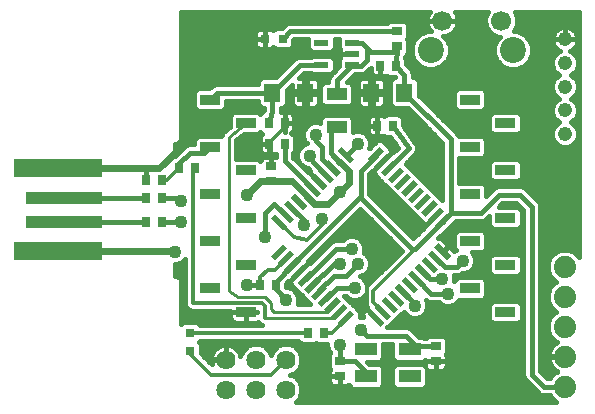
<source format=gtl>
G75*
G70*
%OFA0B0*%
%FSLAX24Y24*%
%IPPOS*%
%LPD*%
%AMOC8*
5,1,8,0,0,1.08239X$1,22.5*
%
%ADD10R,0.0276X0.0354*%
%ADD11R,0.0551X0.0630*%
%ADD12R,0.0354X0.0276*%
%ADD13R,0.0315X0.0315*%
%ADD14R,0.0591X0.0197*%
%ADD15R,0.0197X0.0591*%
%ADD16R,0.0748X0.0433*%
%ADD17R,0.0709X0.0394*%
%ADD18R,0.0472X0.0217*%
%ADD19R,0.2953X0.0591*%
%ADD20R,0.2559X0.0394*%
%ADD21R,0.0669X0.0335*%
%ADD22C,0.0640*%
%ADD23C,0.0740*%
%ADD24C,0.0476*%
%ADD25C,0.0866*%
%ADD26C,0.0669*%
%ADD27C,0.0240*%
%ADD28C,0.0160*%
%ADD29C,0.0436*%
%ADD30C,0.0120*%
%ADD31C,0.0100*%
D10*
X004944Y006600D03*
X005456Y006600D03*
X005456Y007400D03*
X004944Y007400D03*
X004944Y008000D03*
X005456Y008000D03*
X006044Y008400D03*
X006556Y008400D03*
X009044Y009200D03*
X009556Y009200D03*
X009556Y009900D03*
X009044Y009900D03*
X012644Y009800D03*
X013156Y009800D03*
X013256Y011800D03*
X012744Y011800D03*
X009256Y004500D03*
X008744Y004500D03*
X010344Y002900D03*
X010856Y002900D03*
D11*
X010251Y010900D03*
X009149Y010900D03*
X012449Y010900D03*
X013551Y010900D03*
D12*
X013300Y012444D03*
X013300Y012956D03*
X009100Y008456D03*
X009100Y007944D03*
X014600Y002456D03*
X014600Y001944D03*
X011400Y001956D03*
X011400Y001444D03*
D13*
X006400Y002305D03*
X006400Y002895D03*
X008905Y012700D03*
X009495Y012700D03*
D14*
G36*
X011733Y008550D02*
X011316Y008965D01*
X011455Y009104D01*
X011872Y008689D01*
X011733Y008550D01*
G37*
G36*
X011511Y008327D02*
X011094Y008742D01*
X011233Y008881D01*
X011650Y008466D01*
X011511Y008327D01*
G37*
G36*
X011288Y008104D02*
X010871Y008519D01*
X011010Y008658D01*
X011427Y008243D01*
X011288Y008104D01*
G37*
G36*
X011066Y007881D02*
X010649Y008296D01*
X010788Y008435D01*
X011205Y008020D01*
X011066Y007881D01*
G37*
G36*
X010844Y007658D02*
X010427Y008073D01*
X010566Y008212D01*
X010983Y007797D01*
X010844Y007658D01*
G37*
G36*
X010622Y007435D02*
X010205Y007850D01*
X010344Y007989D01*
X010761Y007574D01*
X010622Y007435D01*
G37*
G36*
X010399Y007212D02*
X009982Y007627D01*
X010121Y007766D01*
X010538Y007351D01*
X010399Y007212D01*
G37*
G36*
X010177Y006989D02*
X009760Y007404D01*
X009899Y007543D01*
X010316Y007128D01*
X010177Y006989D01*
G37*
G36*
X009955Y006766D02*
X009538Y007181D01*
X009677Y007320D01*
X010094Y006905D01*
X009955Y006766D01*
G37*
G36*
X009732Y006542D02*
X009315Y006957D01*
X009454Y007096D01*
X009871Y006681D01*
X009732Y006542D01*
G37*
G36*
X009510Y006319D02*
X009093Y006734D01*
X009232Y006873D01*
X009649Y006458D01*
X009510Y006319D01*
G37*
G36*
X013190Y003542D02*
X012773Y003957D01*
X012912Y004096D01*
X013329Y003681D01*
X013190Y003542D01*
G37*
G36*
X012967Y003319D02*
X012550Y003734D01*
X012689Y003873D01*
X013106Y003458D01*
X012967Y003319D01*
G37*
G36*
X012745Y003096D02*
X012328Y003511D01*
X012467Y003650D01*
X012884Y003235D01*
X012745Y003096D01*
G37*
G36*
X013412Y003765D02*
X012995Y004180D01*
X013134Y004319D01*
X013551Y003904D01*
X013412Y003765D01*
G37*
G36*
X013634Y003988D02*
X013217Y004403D01*
X013356Y004542D01*
X013773Y004127D01*
X013634Y003988D01*
G37*
G36*
X013856Y004211D02*
X013439Y004626D01*
X013578Y004765D01*
X013995Y004350D01*
X013856Y004211D01*
G37*
G36*
X014079Y004434D02*
X013662Y004849D01*
X013801Y004988D01*
X014218Y004573D01*
X014079Y004434D01*
G37*
G36*
X014301Y004657D02*
X013884Y005072D01*
X014023Y005211D01*
X014440Y004796D01*
X014301Y004657D01*
G37*
G36*
X014523Y004880D02*
X014106Y005295D01*
X014245Y005434D01*
X014662Y005019D01*
X014523Y004880D01*
G37*
G36*
X014746Y005104D02*
X014329Y005519D01*
X014468Y005658D01*
X014885Y005243D01*
X014746Y005104D01*
G37*
G36*
X014968Y005327D02*
X014551Y005742D01*
X014690Y005881D01*
X015107Y005466D01*
X014968Y005327D01*
G37*
D15*
G36*
X014689Y006328D02*
X014550Y006467D01*
X014965Y006884D01*
X015104Y006745D01*
X014689Y006328D01*
G37*
G36*
X014466Y006550D02*
X014327Y006689D01*
X014742Y007106D01*
X014881Y006967D01*
X014466Y006550D01*
G37*
G36*
X014243Y006773D02*
X014104Y006912D01*
X014519Y007329D01*
X014658Y007190D01*
X014243Y006773D01*
G37*
G36*
X014020Y006995D02*
X013881Y007134D01*
X014296Y007551D01*
X014435Y007412D01*
X014020Y006995D01*
G37*
G36*
X013797Y007217D02*
X013658Y007356D01*
X014073Y007773D01*
X014212Y007634D01*
X013797Y007217D01*
G37*
G36*
X013574Y007439D02*
X013435Y007578D01*
X013850Y007995D01*
X013989Y007856D01*
X013574Y007439D01*
G37*
G36*
X013351Y007662D02*
X013212Y007801D01*
X013627Y008218D01*
X013766Y008079D01*
X013351Y007662D01*
G37*
G36*
X013128Y007884D02*
X012989Y008023D01*
X013404Y008440D01*
X013543Y008301D01*
X013128Y007884D01*
G37*
G36*
X012905Y008106D02*
X012766Y008245D01*
X013181Y008662D01*
X013320Y008523D01*
X012905Y008106D01*
G37*
G36*
X012681Y008329D02*
X012542Y008468D01*
X012957Y008885D01*
X013096Y008746D01*
X012681Y008329D01*
G37*
G36*
X012458Y008551D02*
X012319Y008690D01*
X012734Y009107D01*
X012873Y008968D01*
X012458Y008551D01*
G37*
G36*
X009235Y005316D02*
X009096Y005455D01*
X009511Y005872D01*
X009650Y005733D01*
X009235Y005316D01*
G37*
G36*
X009458Y005094D02*
X009319Y005233D01*
X009734Y005650D01*
X009873Y005511D01*
X009458Y005094D01*
G37*
G36*
X009681Y004871D02*
X009542Y005010D01*
X009957Y005427D01*
X010096Y005288D01*
X009681Y004871D01*
G37*
G36*
X009904Y004649D02*
X009765Y004788D01*
X010180Y005205D01*
X010319Y005066D01*
X009904Y004649D01*
G37*
G36*
X010127Y004427D02*
X009988Y004566D01*
X010403Y004983D01*
X010542Y004844D01*
X010127Y004427D01*
G37*
G36*
X010350Y004205D02*
X010211Y004344D01*
X010626Y004761D01*
X010765Y004622D01*
X010350Y004205D01*
G37*
G36*
X010573Y003982D02*
X010434Y004121D01*
X010849Y004538D01*
X010988Y004399D01*
X010573Y003982D01*
G37*
G36*
X010796Y003760D02*
X010657Y003899D01*
X011072Y004316D01*
X011211Y004177D01*
X010796Y003760D01*
G37*
G36*
X011019Y003538D02*
X010880Y003677D01*
X011295Y004094D01*
X011434Y003955D01*
X011019Y003538D01*
G37*
G36*
X011243Y003315D02*
X011104Y003454D01*
X011519Y003871D01*
X011658Y003732D01*
X011243Y003315D01*
G37*
G36*
X011466Y003093D02*
X011327Y003232D01*
X011742Y003649D01*
X011881Y003510D01*
X011466Y003093D01*
G37*
D16*
X012272Y002353D03*
X012272Y001447D03*
X013728Y001447D03*
X013728Y002353D03*
D17*
X011300Y009749D03*
X011300Y010851D03*
D18*
X010788Y011826D03*
X010788Y012574D03*
X011812Y012574D03*
X011812Y012200D03*
X011812Y011826D03*
D19*
X002021Y008378D03*
X002021Y005622D03*
D20*
X002218Y006606D03*
X002218Y007394D03*
D21*
X007079Y007524D03*
X008260Y006737D03*
X007079Y005950D03*
X008260Y005162D03*
X007079Y004375D03*
X008260Y003587D03*
X008260Y008312D03*
X007079Y009099D03*
X008260Y009887D03*
X007079Y010674D03*
X015740Y010674D03*
X016921Y009887D03*
X015740Y009099D03*
X016921Y008312D03*
X015740Y007524D03*
X016921Y006737D03*
X015740Y005950D03*
X016921Y005162D03*
X015740Y004375D03*
X016921Y003587D03*
D22*
X009600Y002000D03*
X008600Y002000D03*
X007600Y002000D03*
X007600Y001000D03*
X008600Y001000D03*
X009600Y001000D03*
D23*
X018900Y001100D03*
X018900Y002100D03*
X018900Y003100D03*
X018900Y004100D03*
X018900Y005100D03*
D24*
X018906Y009525D03*
X018906Y010313D03*
X018906Y011100D03*
X018906Y011887D03*
X018906Y012675D03*
D25*
X017178Y012316D03*
X014422Y012316D03*
D26*
X014816Y013300D03*
X016784Y013300D03*
D27*
X011700Y008300D02*
X011396Y008604D01*
X011372Y008604D01*
X011700Y008300D02*
X011700Y007900D01*
X011400Y007600D01*
X011000Y007200D01*
X010549Y007200D01*
X010260Y007489D01*
X009805Y007944D01*
X009100Y007944D01*
X008744Y007944D01*
X008300Y007500D01*
X005900Y005600D02*
X005822Y005622D01*
X002021Y005622D01*
X002021Y008378D02*
X004800Y008378D01*
X005378Y008378D01*
X007100Y010100D01*
D28*
X006100Y004683D02*
X006100Y003193D01*
X006160Y003253D01*
X006640Y003253D01*
X006733Y003160D01*
X008800Y003160D01*
X008753Y003180D01*
X008680Y003253D01*
X008677Y003260D01*
X008664Y003252D01*
X008618Y003240D01*
X008264Y003240D01*
X008264Y003584D01*
X008640Y003584D01*
X008640Y003591D01*
X008264Y003591D01*
X008264Y003584D01*
X008256Y003584D01*
X007745Y003584D01*
X007745Y003396D01*
X007757Y003351D01*
X007781Y003310D01*
X007815Y003276D01*
X007856Y003252D01*
X007901Y003240D01*
X008256Y003240D01*
X008256Y003584D01*
X008256Y003591D01*
X007745Y003591D01*
X007745Y003640D01*
X006552Y003640D01*
X006448Y003640D01*
X006353Y003680D01*
X006280Y003753D01*
X006240Y003848D01*
X006240Y005349D01*
X006137Y005246D01*
X005983Y005182D01*
X005900Y005182D01*
X005900Y004800D01*
X005983Y004800D01*
X006100Y004683D01*
X006100Y004618D02*
X006240Y004618D01*
X006240Y004460D02*
X006100Y004460D01*
X006100Y004301D02*
X006240Y004301D01*
X006240Y004143D02*
X006100Y004143D01*
X006100Y003984D02*
X006240Y003984D01*
X006249Y003826D02*
X006100Y003826D01*
X006100Y003667D02*
X006383Y003667D01*
X006100Y003509D02*
X007745Y003509D01*
X007758Y003350D02*
X006100Y003350D01*
X006702Y003192D02*
X008741Y003192D01*
X008264Y003350D02*
X008256Y003350D01*
X008256Y003509D02*
X008264Y003509D01*
X008264Y003591D02*
X008264Y003640D01*
X008256Y003640D01*
X008256Y003591D01*
X008264Y003591D01*
X009256Y004344D02*
X009600Y004000D01*
X009890Y004301D02*
X009969Y004301D01*
X010010Y004260D02*
X010233Y004037D01*
X010421Y003850D01*
X009990Y003850D01*
X010018Y003917D01*
X010018Y004083D01*
X009954Y004237D01*
X009837Y004354D01*
X009683Y004418D01*
X009594Y004418D01*
X009594Y004528D01*
X009681Y004616D01*
X009706Y004591D01*
X010042Y004927D01*
X009706Y004591D01*
X009787Y004510D01*
X009787Y004482D01*
X010010Y004260D01*
X010010Y004260D01*
X009994Y004143D02*
X010128Y004143D01*
X010233Y004037D02*
X010233Y004037D01*
X010287Y003984D02*
X010018Y003984D01*
X009810Y004460D02*
X009594Y004460D01*
X009734Y004618D02*
X009734Y004618D01*
X009892Y004777D02*
X009892Y004777D01*
X010042Y004927D02*
X010042Y004927D01*
X010042Y004927D01*
X010377Y005264D01*
X010353Y005288D01*
X012085Y007019D01*
X013468Y005636D01*
X012317Y004485D01*
X012254Y004637D01*
X012137Y004754D01*
X012071Y004782D01*
X012083Y004782D01*
X012237Y004846D01*
X012354Y004963D01*
X012418Y005117D01*
X012418Y005283D01*
X012354Y005437D01*
X012237Y005554D01*
X012199Y005570D01*
X012218Y005617D01*
X012218Y005783D01*
X012154Y005937D01*
X012037Y006054D01*
X011883Y006118D01*
X011717Y006118D01*
X011563Y006054D01*
X011489Y005980D01*
X011205Y005980D01*
X011102Y005937D01*
X011023Y005859D01*
X010403Y005239D01*
X010377Y005264D01*
X010042Y004927D01*
X010050Y004935D02*
X010050Y004935D01*
X010208Y005094D02*
X010208Y005094D01*
X010366Y005252D02*
X010366Y005252D01*
X010389Y005252D02*
X010416Y005252D01*
X010476Y005411D02*
X010575Y005411D01*
X010634Y005569D02*
X010733Y005569D01*
X010793Y005728D02*
X010892Y005728D01*
X010951Y005886D02*
X011050Y005886D01*
X011110Y006045D02*
X011553Y006045D01*
X011268Y006203D02*
X012901Y006203D01*
X013059Y006045D02*
X012047Y006045D01*
X012176Y005886D02*
X013218Y005886D01*
X013376Y005728D02*
X012218Y005728D01*
X012202Y005569D02*
X013401Y005569D01*
X013243Y005411D02*
X012365Y005411D01*
X012418Y005252D02*
X013084Y005252D01*
X012926Y005094D02*
X012408Y005094D01*
X012326Y004935D02*
X012767Y004935D01*
X012609Y004777D02*
X012084Y004777D01*
X012262Y004618D02*
X012450Y004618D01*
X011900Y004400D02*
X011296Y004400D01*
X010934Y004038D01*
X010938Y004038D01*
X010711Y004260D02*
X010711Y004311D01*
X011200Y004800D01*
X011600Y004800D01*
X012000Y005200D01*
X011400Y005200D02*
X011200Y005200D01*
X010488Y004488D01*
X010488Y004483D01*
X010265Y004705D02*
X011260Y005700D01*
X011800Y005700D01*
X011427Y006362D02*
X012742Y006362D01*
X012584Y006520D02*
X011585Y006520D01*
X011744Y006679D02*
X012425Y006679D01*
X012267Y006837D02*
X011902Y006837D01*
X012061Y006996D02*
X012108Y006996D01*
X012583Y007313D02*
X013417Y007313D01*
X013457Y007272D02*
X013457Y007272D01*
X013680Y007050D01*
X013680Y007050D01*
X013903Y006828D01*
X013903Y006828D01*
X014160Y006572D01*
X014188Y006572D01*
X014269Y006492D01*
X014604Y006828D01*
X014604Y006828D01*
X014269Y006492D01*
X014282Y006478D01*
X013850Y006046D01*
X012380Y007516D01*
X012380Y008184D01*
X012475Y008279D01*
X012484Y008270D01*
X012564Y008190D01*
X012565Y008162D01*
X012788Y007939D01*
X013011Y007717D01*
X013011Y007717D01*
X013234Y007495D01*
X013234Y007495D01*
X013457Y007272D01*
X013576Y007154D02*
X012742Y007154D01*
X012900Y006996D02*
X013735Y006996D01*
X013894Y006837D02*
X013059Y006837D01*
X013217Y006679D02*
X014053Y006679D01*
X014240Y006520D02*
X013376Y006520D01*
X013534Y006362D02*
X014166Y006362D01*
X014297Y006520D02*
X014297Y006520D01*
X014455Y006679D02*
X014455Y006679D01*
X014806Y006606D02*
X014827Y006606D01*
X014827Y006627D01*
X015100Y006900D01*
X016100Y006900D01*
X016700Y007500D01*
X017400Y007500D01*
X017800Y007100D01*
X017800Y001500D01*
X018200Y001100D01*
X018900Y001100D01*
X018399Y000820D02*
X018417Y000777D01*
X018577Y000617D01*
X018618Y000600D01*
X009935Y000600D01*
X010041Y000705D01*
X010120Y000897D01*
X010120Y001103D01*
X010041Y001295D01*
X009895Y001441D01*
X009752Y001500D01*
X009895Y001559D01*
X010041Y001705D01*
X010120Y001897D01*
X010120Y002103D01*
X010041Y002295D01*
X009895Y002441D01*
X009703Y002520D01*
X009497Y002520D01*
X009305Y002441D01*
X009159Y002295D01*
X009100Y002152D01*
X009041Y002295D01*
X008895Y002441D01*
X008703Y002520D01*
X008497Y002520D01*
X008305Y002441D01*
X008159Y002295D01*
X008087Y002120D01*
X008063Y002192D01*
X008028Y002262D01*
X007981Y002326D01*
X007926Y002381D01*
X007862Y002428D01*
X007792Y002463D01*
X007717Y002488D01*
X007639Y002500D01*
X007609Y002500D01*
X007609Y002009D01*
X007591Y002009D01*
X007591Y002500D01*
X007561Y002500D01*
X007483Y002488D01*
X007408Y002463D01*
X007338Y002428D01*
X007274Y002381D01*
X007219Y002326D01*
X007172Y002262D01*
X007137Y002192D01*
X007112Y002117D01*
X007100Y002039D01*
X007100Y002009D01*
X007591Y002009D01*
X007591Y001991D01*
X007100Y001991D01*
X007100Y001961D01*
X007112Y001883D01*
X007126Y001842D01*
X006757Y002210D01*
X006757Y002545D01*
X006703Y002600D01*
X006743Y002640D01*
X010006Y002640D01*
X010123Y002523D01*
X010565Y002523D01*
X010600Y002558D01*
X010635Y002523D01*
X010982Y002523D01*
X010982Y002417D01*
X011046Y002263D01*
X011077Y002231D01*
X011023Y002177D01*
X011023Y001735D01*
X011074Y001684D01*
X011055Y001651D01*
X011043Y001606D01*
X011043Y001444D01*
X011043Y001283D01*
X011055Y001237D01*
X011079Y001196D01*
X011112Y001162D01*
X011153Y001139D01*
X011199Y001126D01*
X011400Y001126D01*
X011400Y001444D01*
X011400Y001126D01*
X011601Y001126D01*
X011647Y001139D01*
X011688Y001162D01*
X011698Y001172D01*
X011698Y001148D01*
X011815Y001031D01*
X012729Y001031D01*
X012846Y001148D01*
X012846Y001747D01*
X012729Y001864D01*
X012388Y001864D01*
X012316Y001936D01*
X012729Y001936D01*
X012846Y002053D01*
X012846Y002520D01*
X013154Y002520D01*
X013154Y002053D01*
X013271Y001936D01*
X014185Y001936D01*
X014243Y001994D01*
X014243Y001944D01*
X014243Y001806D01*
X014185Y001864D01*
X013271Y001864D01*
X013154Y001747D01*
X013154Y001148D01*
X013271Y001031D01*
X014185Y001031D01*
X014302Y001148D01*
X014302Y001672D01*
X014312Y001662D01*
X014353Y001639D01*
X014399Y001626D01*
X014600Y001626D01*
X014801Y001626D01*
X014847Y001639D01*
X014888Y001662D01*
X014921Y001696D01*
X014945Y001737D01*
X014957Y001783D01*
X014957Y001944D01*
X014600Y001944D01*
X014600Y001626D01*
X014600Y001944D01*
X014600Y001944D01*
X014600Y001944D01*
X014243Y001944D01*
X014600Y001944D01*
X014600Y001944D01*
X014957Y001944D01*
X014957Y002106D01*
X014945Y002151D01*
X014926Y002184D01*
X014977Y002235D01*
X014977Y002677D01*
X014860Y002794D01*
X014340Y002794D01*
X014282Y002736D01*
X014219Y002736D01*
X014185Y002769D01*
X014027Y002769D01*
X013990Y002806D01*
X013759Y003037D01*
X013656Y003080D01*
X012985Y003080D01*
X013023Y003118D01*
X013051Y003118D01*
X013273Y003341D01*
X013496Y003564D01*
X013531Y003599D01*
X013546Y003563D01*
X013663Y003446D01*
X013817Y003382D01*
X013983Y003382D01*
X014137Y003446D01*
X014254Y003563D01*
X014318Y003717D01*
X014318Y003883D01*
X014280Y003975D01*
X014292Y003963D01*
X014395Y003920D01*
X014689Y003920D01*
X014763Y003846D01*
X014917Y003782D01*
X015083Y003782D01*
X015237Y003846D01*
X015354Y003963D01*
X015373Y004007D01*
X016158Y004007D01*
X016275Y004125D01*
X016275Y004625D01*
X016158Y004742D01*
X015323Y004742D01*
X015218Y004638D01*
X015218Y004783D01*
X015203Y004820D01*
X015356Y004820D01*
X015459Y004863D01*
X015478Y004882D01*
X015583Y004882D01*
X015737Y004946D01*
X015854Y005063D01*
X015918Y005217D01*
X015918Y005383D01*
X015854Y005537D01*
X015809Y005582D01*
X016158Y005582D01*
X016275Y005699D01*
X016275Y006200D01*
X016158Y006317D01*
X015323Y006317D01*
X015206Y006200D01*
X015206Y005699D01*
X015257Y005648D01*
X015218Y005609D01*
X015026Y005801D01*
X014829Y005604D01*
X015026Y005801D01*
X014800Y006026D01*
X014759Y006050D01*
X014713Y006062D01*
X014665Y006062D01*
X014655Y006059D01*
X014723Y006127D01*
X014772Y006127D01*
X015263Y006620D01*
X016156Y006620D01*
X016259Y006663D01*
X016387Y006791D01*
X016387Y006487D01*
X016504Y006370D01*
X017339Y006370D01*
X017456Y006487D01*
X017456Y006987D01*
X017339Y007104D01*
X016700Y007104D01*
X016816Y007220D01*
X017284Y007220D01*
X017520Y006984D01*
X017520Y001444D01*
X017563Y001341D01*
X017963Y000941D01*
X018041Y000863D01*
X018144Y000820D01*
X018399Y000820D01*
X018401Y000814D02*
X010086Y000814D01*
X010120Y000973D02*
X017931Y000973D01*
X017773Y001131D02*
X014286Y001131D01*
X014302Y001290D02*
X017614Y001290D01*
X017520Y001448D02*
X014302Y001448D01*
X014302Y001607D02*
X017520Y001607D01*
X017520Y001765D02*
X014952Y001765D01*
X014957Y001924D02*
X017520Y001924D01*
X017520Y002082D02*
X014957Y002082D01*
X014977Y002241D02*
X017520Y002241D01*
X017520Y002399D02*
X014977Y002399D01*
X014977Y002558D02*
X017520Y002558D01*
X017520Y002716D02*
X014938Y002716D01*
X014600Y002456D02*
X013831Y002456D01*
X013831Y002569D01*
X013600Y002800D01*
X012300Y002800D01*
X012100Y003000D01*
X012072Y003418D02*
X012082Y003428D01*
X012082Y003594D01*
X011859Y003816D01*
X011635Y004038D01*
X011635Y004038D01*
X011554Y004120D01*
X011589Y004120D01*
X011663Y004046D01*
X011817Y003982D01*
X011983Y003982D01*
X012137Y004046D01*
X012240Y004149D01*
X012240Y003872D01*
X012280Y003777D01*
X012309Y003748D01*
X012269Y003708D01*
X012183Y003622D01*
X012159Y003581D01*
X012147Y003535D01*
X012147Y003487D01*
X012160Y003442D01*
X012173Y003418D01*
X012072Y003418D01*
X012082Y003509D02*
X012147Y003509D01*
X012228Y003667D02*
X012008Y003667D01*
X011859Y003816D02*
X011859Y003816D01*
X011849Y003826D02*
X012259Y003826D01*
X012269Y003708D02*
X012606Y003373D01*
X012606Y003373D01*
X012269Y003708D01*
X012310Y003667D02*
X012310Y003667D01*
X012470Y003509D02*
X012470Y003509D01*
X012240Y003984D02*
X011988Y003984D01*
X011812Y003984D02*
X011690Y003984D01*
X012234Y004143D02*
X012240Y004143D01*
X013125Y003192D02*
X017520Y003192D01*
X017520Y003350D02*
X017456Y003350D01*
X017456Y003337D02*
X017456Y003838D01*
X017339Y003955D01*
X016504Y003955D01*
X016387Y003838D01*
X016387Y003337D01*
X016504Y003220D01*
X017339Y003220D01*
X017456Y003337D01*
X017456Y003509D02*
X017520Y003509D01*
X017520Y003667D02*
X017456Y003667D01*
X017456Y003826D02*
X017520Y003826D01*
X017520Y003984D02*
X015363Y003984D01*
X015189Y003826D02*
X016387Y003826D01*
X016387Y003667D02*
X014297Y003667D01*
X014318Y003826D02*
X014811Y003826D01*
X015000Y004200D02*
X014451Y004200D01*
X013940Y004711D01*
X014162Y004934D02*
X014396Y004700D01*
X014800Y004700D01*
X015218Y004777D02*
X017520Y004777D01*
X017456Y004912D02*
X017339Y004795D01*
X016504Y004795D01*
X016387Y004912D01*
X016387Y005412D01*
X016504Y005530D01*
X017339Y005530D01*
X017456Y005412D01*
X017456Y004912D01*
X017456Y004935D02*
X017520Y004935D01*
X017520Y005094D02*
X017456Y005094D01*
X017456Y005252D02*
X017520Y005252D01*
X017520Y005411D02*
X017456Y005411D01*
X017520Y005569D02*
X015822Y005569D01*
X015907Y005411D02*
X016387Y005411D01*
X016387Y005252D02*
X015918Y005252D01*
X015867Y005094D02*
X016387Y005094D01*
X016387Y004935D02*
X015711Y004935D01*
X015500Y005300D02*
X015300Y005100D01*
X014900Y005100D01*
X014619Y005381D01*
X014607Y005381D01*
X014829Y005604D02*
X014829Y005604D01*
X014953Y005728D02*
X014953Y005728D01*
X015099Y005728D02*
X015206Y005728D01*
X015206Y005886D02*
X014940Y005886D01*
X014768Y006045D02*
X015206Y006045D01*
X015209Y006203D02*
X014847Y006203D01*
X015005Y006362D02*
X017520Y006362D01*
X017520Y006520D02*
X017456Y006520D01*
X017456Y006679D02*
X017520Y006679D01*
X017520Y006837D02*
X017456Y006837D01*
X017448Y006996D02*
X017508Y006996D01*
X017350Y007154D02*
X016750Y007154D01*
X016275Y007471D02*
X016275Y007471D01*
X016275Y007775D01*
X016158Y007892D01*
X015380Y007892D01*
X015380Y008732D01*
X016158Y008732D01*
X016275Y008849D01*
X016275Y009349D01*
X016158Y009467D01*
X015355Y009467D01*
X015337Y009510D01*
X015259Y009589D01*
X014027Y010820D01*
X014027Y011298D01*
X013910Y011415D01*
X013831Y011415D01*
X013831Y011560D01*
X013789Y011663D01*
X013710Y011742D01*
X013594Y011858D01*
X013594Y012060D01*
X013557Y012097D01*
X013558Y012106D01*
X013560Y012106D01*
X013677Y012223D01*
X013677Y012665D01*
X013642Y012700D01*
X013677Y012735D01*
X013677Y013177D01*
X014315Y013177D01*
X014314Y013179D02*
X014339Y013102D01*
X014376Y013030D01*
X014423Y012965D01*
X014439Y012949D01*
X014296Y012949D01*
X014063Y012852D01*
X013885Y012674D01*
X013789Y012442D01*
X013789Y012190D01*
X013885Y011957D01*
X014063Y011779D01*
X014296Y011683D01*
X014548Y011683D01*
X014781Y011779D01*
X014959Y011957D01*
X015055Y012190D01*
X015055Y012442D01*
X014959Y012674D01*
X014848Y012785D01*
X014856Y012785D01*
X014936Y012798D01*
X015013Y012823D01*
X015085Y012860D01*
X015151Y012907D01*
X015208Y012965D01*
X015256Y013030D01*
X015293Y013102D01*
X015318Y013179D01*
X015330Y013259D01*
X015330Y013300D01*
X015330Y013341D01*
X015318Y013421D01*
X015293Y013498D01*
X015256Y013570D01*
X015237Y013596D01*
X016328Y013596D01*
X016250Y013406D01*
X016250Y013194D01*
X016331Y012997D01*
X016481Y012847D01*
X016678Y012765D01*
X016732Y012765D01*
X016641Y012674D01*
X016545Y012442D01*
X016545Y012190D01*
X016641Y011957D01*
X016819Y011779D01*
X017052Y011683D01*
X017304Y011683D01*
X017537Y011779D01*
X017715Y011957D01*
X017811Y012190D01*
X017811Y012442D01*
X017715Y012674D01*
X017537Y012852D01*
X017304Y012949D01*
X017189Y012949D01*
X017238Y012997D01*
X017319Y013194D01*
X017319Y013406D01*
X017240Y013596D01*
X019370Y013596D01*
X019370Y005436D01*
X019223Y005583D01*
X019013Y005670D01*
X018787Y005670D01*
X018577Y005583D01*
X018417Y005423D01*
X018330Y005213D01*
X018330Y004987D01*
X018417Y004777D01*
X018577Y004617D01*
X018618Y004600D01*
X018577Y004583D01*
X018417Y004423D01*
X018330Y004213D01*
X018330Y003987D01*
X018417Y003777D01*
X018577Y003617D01*
X018618Y003600D01*
X018577Y003583D01*
X018417Y003423D01*
X018330Y003213D01*
X018330Y002987D01*
X018417Y002777D01*
X018577Y002617D01*
X018646Y002588D01*
X018612Y002570D01*
X018542Y002520D01*
X018480Y002458D01*
X018430Y002388D01*
X018390Y002311D01*
X018364Y002229D01*
X018350Y002143D01*
X018350Y002120D01*
X018880Y002120D01*
X018880Y002080D01*
X018350Y002080D01*
X018350Y002057D01*
X018364Y001971D01*
X018390Y001889D01*
X018430Y001812D01*
X018480Y001742D01*
X018542Y001680D01*
X018612Y001630D01*
X018646Y001612D01*
X018577Y001583D01*
X018417Y001423D01*
X018399Y001380D01*
X018316Y001380D01*
X018080Y001616D01*
X018080Y007156D01*
X018037Y007259D01*
X017959Y007337D01*
X017559Y007737D01*
X017456Y007780D01*
X016644Y007780D01*
X016541Y007737D01*
X016463Y007659D01*
X016275Y007471D01*
X016275Y007630D02*
X016434Y007630D01*
X016261Y007788D02*
X019370Y007788D01*
X019370Y007630D02*
X017666Y007630D01*
X017825Y007471D02*
X019370Y007471D01*
X019370Y007313D02*
X017983Y007313D01*
X018080Y007154D02*
X019370Y007154D01*
X019370Y006996D02*
X018080Y006996D01*
X018080Y006837D02*
X019370Y006837D01*
X019370Y006679D02*
X018080Y006679D01*
X018080Y006520D02*
X019370Y006520D01*
X019370Y006362D02*
X018080Y006362D01*
X018080Y006203D02*
X019370Y006203D01*
X019370Y006045D02*
X018080Y006045D01*
X018080Y005886D02*
X019370Y005886D01*
X019370Y005728D02*
X018080Y005728D01*
X018080Y005569D02*
X018563Y005569D01*
X018412Y005411D02*
X018080Y005411D01*
X018080Y005252D02*
X018346Y005252D01*
X018330Y005094D02*
X018080Y005094D01*
X018080Y004935D02*
X018351Y004935D01*
X018417Y004777D02*
X018080Y004777D01*
X018080Y004618D02*
X018576Y004618D01*
X018453Y004460D02*
X018080Y004460D01*
X018080Y004301D02*
X018366Y004301D01*
X018330Y004143D02*
X018080Y004143D01*
X018080Y003984D02*
X018331Y003984D01*
X018397Y003826D02*
X018080Y003826D01*
X018080Y003667D02*
X018527Y003667D01*
X018502Y003509D02*
X018080Y003509D01*
X018080Y003350D02*
X018387Y003350D01*
X018330Y003192D02*
X018080Y003192D01*
X018080Y003033D02*
X018330Y003033D01*
X018376Y002875D02*
X018080Y002875D01*
X018080Y002716D02*
X018478Y002716D01*
X018594Y002558D02*
X018080Y002558D01*
X018080Y002399D02*
X018437Y002399D01*
X018367Y002241D02*
X018080Y002241D01*
X018080Y002082D02*
X018880Y002082D01*
X018464Y001765D02*
X018080Y001765D01*
X018080Y001924D02*
X018379Y001924D01*
X018633Y001607D02*
X018089Y001607D01*
X018248Y001448D02*
X018442Y001448D01*
X018538Y000656D02*
X009991Y000656D01*
X010109Y001131D02*
X011182Y001131D01*
X011043Y001290D02*
X010043Y001290D01*
X009877Y001448D02*
X011043Y001448D01*
X011043Y001444D02*
X011400Y001444D01*
X011400Y001444D01*
X011043Y001444D01*
X011043Y001607D02*
X009942Y001607D01*
X010066Y001765D02*
X011023Y001765D01*
X011023Y001924D02*
X010120Y001924D01*
X010120Y002082D02*
X011023Y002082D01*
X011068Y002241D02*
X010063Y002241D01*
X009936Y002399D02*
X010989Y002399D01*
X010601Y002558D02*
X010599Y002558D01*
X010089Y002558D02*
X006745Y002558D01*
X006757Y002399D02*
X007299Y002399D01*
X007161Y002241D02*
X006757Y002241D01*
X006886Y002082D02*
X007107Y002082D01*
X007106Y001924D02*
X007044Y001924D01*
X007591Y002082D02*
X007609Y002082D01*
X007609Y002241D02*
X007591Y002241D01*
X007591Y002399D02*
X007609Y002399D01*
X007901Y002399D02*
X008264Y002399D01*
X008137Y002241D02*
X008039Y002241D01*
X008936Y002399D02*
X009264Y002399D01*
X009137Y002241D02*
X009063Y002241D01*
X010006Y002640D02*
X010006Y002640D01*
X011400Y002500D02*
X011400Y001956D01*
X011900Y001956D01*
X012272Y001584D01*
X012272Y001447D01*
X012846Y001448D02*
X013154Y001448D01*
X013154Y001290D02*
X012846Y001290D01*
X012829Y001131D02*
X013171Y001131D01*
X013154Y001607D02*
X012846Y001607D01*
X012827Y001765D02*
X013173Y001765D01*
X013154Y002082D02*
X012846Y002082D01*
X012846Y002241D02*
X013154Y002241D01*
X013154Y002399D02*
X012846Y002399D01*
X012328Y001924D02*
X014243Y001924D01*
X014600Y001924D02*
X014600Y001924D01*
X014600Y001765D02*
X014600Y001765D01*
X013831Y002456D02*
X013728Y002353D01*
X013921Y002875D02*
X017520Y002875D01*
X017520Y003033D02*
X013763Y003033D01*
X013282Y003350D02*
X016387Y003350D01*
X016387Y003509D02*
X014200Y003509D01*
X013900Y003800D02*
X013900Y003860D01*
X013495Y004265D01*
X013496Y003564D02*
X013496Y003564D01*
X013440Y003509D02*
X013600Y003509D01*
X013273Y003341D02*
X013273Y003341D01*
X011400Y001444D02*
X011400Y001444D01*
X011400Y001290D02*
X011400Y001290D01*
X011400Y001131D02*
X011400Y001131D01*
X011618Y001131D02*
X011714Y001131D01*
X009256Y004344D02*
X009256Y004500D01*
X009256Y004587D01*
X009819Y005149D01*
X012085Y007415D01*
X012100Y007400D01*
X012100Y007400D01*
X013800Y005700D01*
X013900Y005700D01*
X014806Y006606D01*
X015163Y006520D02*
X016387Y006520D01*
X016387Y006679D02*
X016275Y006679D01*
X016272Y006203D02*
X017520Y006203D01*
X017520Y006045D02*
X016275Y006045D01*
X016275Y005886D02*
X017520Y005886D01*
X017520Y005728D02*
X016275Y005728D01*
X016275Y004618D02*
X017520Y004618D01*
X017520Y004460D02*
X016275Y004460D01*
X016275Y004301D02*
X017520Y004301D01*
X017520Y004143D02*
X016275Y004143D01*
X014007Y006203D02*
X013693Y006203D01*
X015100Y006900D02*
X015100Y009351D01*
X013551Y010900D01*
X013551Y011505D01*
X013256Y011800D01*
X013300Y012444D01*
X013197Y012253D01*
X012447Y012253D01*
X012300Y012400D01*
X012300Y012000D01*
X012100Y011800D01*
X011838Y011800D01*
X011812Y011826D01*
X011300Y011314D01*
X011300Y010851D01*
X011854Y010800D02*
X011993Y010800D01*
X011993Y010842D02*
X011993Y010561D01*
X012005Y010516D01*
X012029Y010475D01*
X012063Y010441D01*
X012104Y010417D01*
X012150Y010405D01*
X012391Y010405D01*
X012391Y010842D01*
X012507Y010842D01*
X012507Y010958D01*
X012391Y010958D01*
X012391Y011395D01*
X012150Y011395D01*
X012104Y011383D01*
X012063Y011359D01*
X012029Y011325D01*
X012005Y011284D01*
X011993Y011239D01*
X011993Y010958D01*
X011854Y010958D01*
X011993Y010958D02*
X012391Y010958D01*
X012507Y010958D01*
X012904Y010958D01*
X013076Y010958D01*
X013076Y010800D02*
X012904Y010800D01*
X012904Y010842D02*
X012507Y010842D01*
X012507Y010405D01*
X012748Y010405D01*
X012794Y010417D01*
X012835Y010441D01*
X012868Y010475D01*
X012892Y010516D01*
X012904Y010561D01*
X012904Y010842D01*
X012904Y010958D02*
X012904Y011239D01*
X012892Y011284D01*
X012868Y011325D01*
X012835Y011359D01*
X012794Y011383D01*
X012748Y011395D01*
X012507Y011395D01*
X012507Y010958D01*
X012391Y010958D02*
X012391Y010842D01*
X011993Y010842D01*
X011993Y010641D02*
X011854Y010641D01*
X011854Y010571D02*
X011854Y011131D01*
X011737Y011248D01*
X011630Y011248D01*
X011900Y011518D01*
X012131Y011518D01*
X012133Y011520D01*
X012156Y011520D01*
X012259Y011563D01*
X012337Y011641D01*
X012426Y011730D01*
X012426Y011599D01*
X012439Y011553D01*
X012462Y011512D01*
X012496Y011479D01*
X012537Y011455D01*
X012583Y011443D01*
X012744Y011443D01*
X012744Y011800D01*
X012744Y011800D01*
X012744Y011443D01*
X012906Y011443D01*
X012951Y011455D01*
X012984Y011474D01*
X013035Y011423D01*
X013237Y011423D01*
X013245Y011415D01*
X013193Y011415D01*
X013076Y011298D01*
X013076Y010502D01*
X013193Y010385D01*
X013670Y010385D01*
X014820Y009235D01*
X014820Y007312D01*
X014636Y007496D01*
X014413Y007718D01*
X014190Y007940D01*
X014190Y007940D01*
X013967Y008163D01*
X013744Y008385D01*
X013591Y008537D01*
X013884Y008830D01*
X013911Y008850D01*
X013923Y008869D01*
X013940Y008885D01*
X013952Y008916D01*
X013970Y008945D01*
X013973Y008967D01*
X013982Y008988D01*
X013982Y009022D01*
X013987Y009055D01*
X013982Y009077D01*
X013982Y009100D01*
X013969Y009131D01*
X013962Y009163D01*
X013948Y009182D01*
X013940Y009203D01*
X013916Y009226D01*
X013494Y009811D01*
X013494Y010060D01*
X013377Y010177D01*
X012935Y010177D01*
X012884Y010126D01*
X012851Y010145D01*
X012806Y010157D01*
X012644Y010157D01*
X012483Y010157D01*
X012437Y010145D01*
X012396Y010121D01*
X012362Y010088D01*
X012339Y010047D01*
X012326Y010001D01*
X012326Y009800D01*
X012326Y009599D01*
X012339Y009553D01*
X012362Y009512D01*
X012396Y009479D01*
X012437Y009455D01*
X012483Y009443D01*
X012644Y009443D01*
X012644Y009800D01*
X012326Y009800D01*
X012644Y009800D01*
X012644Y009800D01*
X012644Y009800D01*
X012644Y010157D01*
X012644Y009800D01*
X012644Y009800D01*
X012644Y009443D01*
X012806Y009443D01*
X012851Y009455D01*
X012884Y009474D01*
X012935Y009423D01*
X013083Y009423D01*
X013336Y009073D01*
X013180Y008918D01*
X013155Y008943D01*
X012819Y008607D01*
X012819Y008607D01*
X012484Y008270D01*
X012819Y008607D01*
X013155Y008943D01*
X013074Y009024D01*
X013074Y009052D01*
X012818Y009308D01*
X012652Y009308D01*
X012387Y009042D01*
X012418Y009117D01*
X012418Y009283D01*
X012354Y009437D01*
X012237Y009554D01*
X012083Y009618D01*
X011917Y009618D01*
X011854Y009592D01*
X011854Y010029D01*
X011737Y010146D01*
X010863Y010146D01*
X010746Y010029D01*
X010746Y009892D01*
X010683Y009918D01*
X010517Y009918D01*
X010363Y009854D01*
X010246Y009737D01*
X010182Y009583D01*
X010182Y009417D01*
X010246Y009263D01*
X010298Y009210D01*
X010163Y009154D01*
X010046Y009037D01*
X009982Y008883D01*
X009982Y008717D01*
X010046Y008563D01*
X010163Y008446D01*
X010317Y008382D01*
X010322Y008382D01*
X010401Y008303D01*
X010368Y008270D01*
X010344Y008246D01*
X009836Y008754D01*
X009836Y008882D01*
X009894Y008940D01*
X009894Y009460D01*
X009786Y009568D01*
X009804Y009579D01*
X009838Y009612D01*
X009861Y009653D01*
X009874Y009699D01*
X009874Y009900D01*
X009874Y010101D01*
X009861Y010147D01*
X009838Y010188D01*
X009804Y010221D01*
X009763Y010245D01*
X009717Y010257D01*
X009556Y010257D01*
X009556Y009900D01*
X009874Y009900D01*
X009556Y009900D01*
X009556Y009900D01*
X009556Y009577D01*
X009556Y009577D01*
X009556Y009900D01*
X009556Y009900D01*
X009556Y009900D01*
X009556Y010257D01*
X009429Y010257D01*
X009429Y010259D01*
X009434Y010277D01*
X009429Y010314D01*
X009429Y010385D01*
X009507Y010385D01*
X009624Y010502D01*
X009624Y010980D01*
X009796Y011151D01*
X009796Y010958D01*
X009624Y010958D01*
X009624Y010800D02*
X009796Y010800D01*
X009796Y010842D02*
X009796Y010561D01*
X009808Y010516D01*
X009832Y010475D01*
X009865Y010441D01*
X009906Y010417D01*
X009952Y010405D01*
X010193Y010405D01*
X010193Y010842D01*
X009796Y010842D01*
X009796Y010958D02*
X010193Y010958D01*
X010309Y010958D01*
X010193Y010958D01*
X010193Y010842D01*
X010309Y010842D01*
X010309Y010405D01*
X010550Y010405D01*
X010596Y010417D01*
X010637Y010441D01*
X010671Y010475D01*
X010695Y010516D01*
X010707Y010561D01*
X010707Y010842D01*
X010309Y010842D01*
X010309Y010958D01*
X010309Y011395D01*
X010550Y011395D01*
X010596Y011383D01*
X010637Y011359D01*
X010671Y011325D01*
X010695Y011284D01*
X010707Y011239D01*
X010707Y010958D01*
X010746Y010958D01*
X010707Y010958D02*
X010309Y010958D01*
X010193Y010958D02*
X010193Y011395D01*
X010040Y011395D01*
X010191Y011546D01*
X010441Y011546D01*
X010469Y011518D01*
X011107Y011518D01*
X011224Y011635D01*
X011224Y012017D01*
X011107Y012134D01*
X010469Y012134D01*
X010441Y012106D01*
X010019Y012106D01*
X009916Y012063D01*
X009268Y011415D01*
X008790Y011415D01*
X008673Y011298D01*
X008673Y011180D01*
X007249Y011180D01*
X007146Y011137D01*
X007050Y011041D01*
X006661Y011041D01*
X006544Y010924D01*
X006544Y010424D01*
X006661Y010307D01*
X007496Y010307D01*
X007613Y010424D01*
X007613Y010620D01*
X008673Y010620D01*
X008673Y010502D01*
X008790Y010385D01*
X008869Y010385D01*
X008869Y010332D01*
X008854Y010277D01*
X008823Y010277D01*
X008739Y010192D01*
X008677Y010254D01*
X007842Y010254D01*
X007725Y010137D01*
X007725Y009771D01*
X007570Y009644D01*
X007558Y009639D01*
X007532Y009612D01*
X007503Y009588D01*
X007497Y009577D01*
X007488Y009568D01*
X007474Y009534D01*
X007456Y009501D01*
X007455Y009488D01*
X007450Y009476D01*
X007450Y009467D01*
X006661Y009467D01*
X006544Y009349D01*
X006544Y009180D01*
X006344Y009180D01*
X006241Y009137D01*
X005900Y008796D01*
X005900Y009200D01*
X005983Y009200D01*
X006100Y009317D01*
X006100Y013596D01*
X014395Y013596D01*
X014376Y013570D01*
X014339Y013498D01*
X014314Y013421D01*
X014301Y013341D01*
X014301Y013300D01*
X014301Y013259D01*
X014314Y013179D01*
X014301Y013300D02*
X014816Y013300D01*
X015330Y013300D01*
X014816Y013300D01*
X014816Y013300D01*
X014816Y013300D01*
X014301Y013300D01*
X014301Y013336D02*
X006100Y013336D01*
X006100Y013494D02*
X014338Y013494D01*
X014384Y013019D02*
X013677Y013019D01*
X013677Y013177D02*
X013560Y013294D01*
X013040Y013294D01*
X012982Y013236D01*
X009695Y013236D01*
X009593Y013193D01*
X009457Y013057D01*
X009255Y013057D01*
X009186Y012988D01*
X009173Y013002D01*
X009132Y013025D01*
X009086Y013037D01*
X008905Y013037D01*
X008905Y012700D01*
X008905Y012363D01*
X009086Y012363D01*
X009132Y012375D01*
X009173Y012398D01*
X009186Y012412D01*
X009255Y012343D01*
X009736Y012343D01*
X009853Y012460D01*
X009853Y012661D01*
X009867Y012676D01*
X010352Y012676D01*
X010352Y012383D01*
X010469Y012266D01*
X011107Y012266D01*
X011224Y012383D01*
X011224Y012676D01*
X011376Y012676D01*
X011376Y012383D01*
X011402Y012356D01*
X011396Y012332D01*
X011396Y012200D01*
X011396Y012068D01*
X011402Y012044D01*
X011376Y012017D01*
X011376Y011786D01*
X011141Y011552D01*
X011063Y011473D01*
X011020Y011370D01*
X011020Y011248D01*
X010863Y011248D01*
X010746Y011131D01*
X010746Y010571D01*
X010863Y010454D01*
X011737Y010454D01*
X011854Y010571D01*
X011765Y010483D02*
X012025Y010483D01*
X012391Y010483D02*
X012507Y010483D01*
X012507Y010641D02*
X012391Y010641D01*
X012391Y010800D02*
X012507Y010800D01*
X012507Y011117D02*
X012391Y011117D01*
X012391Y011275D02*
X012507Y011275D01*
X012428Y011592D02*
X012288Y011592D01*
X012003Y011275D02*
X011657Y011275D01*
X011815Y011434D02*
X013025Y011434D01*
X013076Y011275D02*
X012895Y011275D01*
X012904Y011117D02*
X013076Y011117D01*
X013076Y010641D02*
X012904Y010641D01*
X012873Y010483D02*
X013095Y010483D01*
X012924Y010166D02*
X009851Y010166D01*
X009556Y010166D02*
X009556Y010166D01*
X009429Y010324D02*
X013731Y010324D01*
X013890Y010166D02*
X013388Y010166D01*
X013494Y010007D02*
X014048Y010007D01*
X014207Y009849D02*
X013494Y009849D01*
X013581Y009690D02*
X014365Y009690D01*
X014524Y009532D02*
X013695Y009532D01*
X013810Y009373D02*
X014682Y009373D01*
X014820Y009215D02*
X013928Y009215D01*
X013987Y009056D02*
X014820Y009056D01*
X014820Y008898D02*
X013945Y008898D01*
X013793Y008739D02*
X014820Y008739D01*
X014820Y008581D02*
X013635Y008581D01*
X013706Y008422D02*
X014820Y008422D01*
X014820Y008264D02*
X013866Y008264D01*
X013967Y008163D02*
X013967Y008163D01*
X014025Y008105D02*
X014820Y008105D01*
X014820Y007947D02*
X014184Y007947D01*
X014343Y007788D02*
X014820Y007788D01*
X014820Y007630D02*
X014502Y007630D01*
X014413Y007718D02*
X014413Y007718D01*
X014636Y007496D02*
X014636Y007496D01*
X014661Y007471D02*
X014820Y007471D01*
X014820Y007313D02*
X014820Y007313D01*
X015380Y007947D02*
X016502Y007947D01*
X016504Y007944D02*
X017339Y007944D01*
X017456Y008062D01*
X017456Y008562D01*
X017339Y008679D01*
X016504Y008679D01*
X016387Y008562D01*
X016387Y008062D01*
X016504Y007944D01*
X016387Y008105D02*
X015380Y008105D01*
X015380Y008264D02*
X016387Y008264D01*
X016387Y008422D02*
X015380Y008422D01*
X015380Y008581D02*
X016405Y008581D01*
X016165Y008739D02*
X019370Y008739D01*
X019370Y008581D02*
X017437Y008581D01*
X017456Y008422D02*
X019370Y008422D01*
X019370Y008264D02*
X017456Y008264D01*
X017456Y008105D02*
X019370Y008105D01*
X019370Y007947D02*
X017341Y007947D01*
X016275Y008898D02*
X019370Y008898D01*
X019370Y009056D02*
X016275Y009056D01*
X016275Y009215D02*
X018597Y009215D01*
X018658Y009154D02*
X018819Y009087D01*
X018993Y009087D01*
X019154Y009154D01*
X019278Y009277D01*
X019344Y009438D01*
X019344Y009612D01*
X019278Y009773D01*
X019154Y009897D01*
X019101Y009919D01*
X019154Y009941D01*
X019278Y010064D01*
X019344Y010225D01*
X019344Y010400D01*
X019278Y010561D01*
X019154Y010684D01*
X019101Y010706D01*
X019154Y010729D01*
X019278Y010852D01*
X019344Y011013D01*
X019344Y011187D01*
X019278Y011348D01*
X019154Y011471D01*
X019101Y011494D01*
X019154Y011516D01*
X019278Y011639D01*
X019344Y011800D01*
X019344Y011975D01*
X019278Y012136D01*
X019154Y012259D01*
X019075Y012292D01*
X019125Y012317D01*
X019179Y012356D01*
X019225Y012402D01*
X019264Y012456D01*
X019294Y012514D01*
X019314Y012577D01*
X019324Y012642D01*
X019324Y012675D01*
X019324Y012708D01*
X019314Y012773D01*
X019294Y012835D01*
X019264Y012894D01*
X019225Y012947D01*
X019179Y012994D01*
X019125Y013032D01*
X019067Y013062D01*
X019004Y013083D01*
X018939Y013093D01*
X018906Y013093D01*
X018873Y013093D01*
X018808Y013083D01*
X018746Y013062D01*
X018687Y013032D01*
X018634Y012994D01*
X018587Y012947D01*
X018549Y012894D01*
X018519Y012835D01*
X018498Y012773D01*
X018488Y012708D01*
X018488Y012675D01*
X018906Y012675D01*
X018906Y012675D01*
X018906Y013093D01*
X018906Y012675D01*
X018906Y012675D01*
X018488Y012675D01*
X018488Y012642D01*
X018498Y012577D01*
X018519Y012514D01*
X018549Y012456D01*
X018587Y012402D01*
X018634Y012356D01*
X018687Y012317D01*
X018737Y012292D01*
X018658Y012259D01*
X018535Y012136D01*
X018468Y011975D01*
X018468Y011800D01*
X018535Y011639D01*
X018658Y011516D01*
X018712Y011494D01*
X018658Y011471D01*
X018535Y011348D01*
X018468Y011187D01*
X018468Y011013D01*
X018535Y010852D01*
X018658Y010729D01*
X018712Y010706D01*
X018658Y010684D01*
X018535Y010561D01*
X018468Y010400D01*
X018468Y010225D01*
X018535Y010064D01*
X018658Y009941D01*
X018712Y009919D01*
X018658Y009897D01*
X018535Y009773D01*
X018468Y009612D01*
X018468Y009438D01*
X018535Y009277D01*
X018658Y009154D01*
X018495Y009373D02*
X016251Y009373D01*
X016492Y009532D02*
X015316Y009532D01*
X015157Y009690D02*
X016387Y009690D01*
X016387Y009636D02*
X016504Y009519D01*
X017339Y009519D01*
X017456Y009636D01*
X017456Y010137D01*
X017339Y010254D01*
X016504Y010254D01*
X016387Y010137D01*
X016387Y009636D01*
X016387Y009849D02*
X014999Y009849D01*
X014840Y010007D02*
X016387Y010007D01*
X016415Y010166D02*
X014682Y010166D01*
X014523Y010324D02*
X015305Y010324D01*
X015323Y010307D02*
X016158Y010307D01*
X016275Y010424D01*
X016275Y010924D01*
X016158Y011041D01*
X015323Y011041D01*
X015206Y010924D01*
X015206Y010424D01*
X015323Y010307D01*
X015206Y010483D02*
X014365Y010483D01*
X014206Y010641D02*
X015206Y010641D01*
X015206Y010800D02*
X014048Y010800D01*
X014027Y010958D02*
X015239Y010958D01*
X016175Y010324D02*
X018468Y010324D01*
X018493Y010166D02*
X017427Y010166D01*
X017456Y010007D02*
X018592Y010007D01*
X018610Y009849D02*
X017456Y009849D01*
X017456Y009690D02*
X018500Y009690D01*
X018468Y009532D02*
X017351Y009532D01*
X016275Y010483D02*
X018502Y010483D01*
X018615Y010641D02*
X016275Y010641D01*
X016275Y010800D02*
X018587Y010800D01*
X018491Y010958D02*
X016241Y010958D01*
X016888Y011751D02*
X014712Y011751D01*
X014911Y011909D02*
X016689Y011909D01*
X016596Y012068D02*
X015004Y012068D01*
X015055Y012226D02*
X016545Y012226D01*
X016545Y012385D02*
X015055Y012385D01*
X015013Y012543D02*
X016587Y012543D01*
X016668Y012702D02*
X014932Y012702D01*
X015086Y012860D02*
X016468Y012860D01*
X016322Y013019D02*
X015247Y013019D01*
X015317Y013177D02*
X016256Y013177D01*
X016250Y013336D02*
X015330Y013336D01*
X015294Y013494D02*
X016286Y013494D01*
X017283Y013494D02*
X019370Y013494D01*
X019370Y013336D02*
X017319Y013336D01*
X017312Y013177D02*
X019370Y013177D01*
X019370Y013019D02*
X019145Y013019D01*
X019281Y012860D02*
X019370Y012860D01*
X019370Y012702D02*
X019324Y012702D01*
X019324Y012675D02*
X018906Y012675D01*
X018906Y012675D01*
X019324Y012675D01*
X019303Y012543D02*
X019370Y012543D01*
X019370Y012385D02*
X019207Y012385D01*
X019187Y012226D02*
X019370Y012226D01*
X019370Y012068D02*
X019306Y012068D01*
X019344Y011909D02*
X019370Y011909D01*
X019370Y011751D02*
X019324Y011751D01*
X019370Y011592D02*
X019231Y011592D01*
X019192Y011434D02*
X019370Y011434D01*
X019370Y011275D02*
X019308Y011275D01*
X019344Y011117D02*
X019370Y011117D01*
X019370Y010958D02*
X019322Y010958D01*
X019370Y010800D02*
X019225Y010800D01*
X019197Y010641D02*
X019370Y010641D01*
X019370Y010483D02*
X019310Y010483D01*
X019344Y010324D02*
X019370Y010324D01*
X019370Y010166D02*
X019320Y010166D01*
X019370Y010007D02*
X019220Y010007D01*
X019203Y009849D02*
X019370Y009849D01*
X019370Y009690D02*
X019312Y009690D01*
X019344Y009532D02*
X019370Y009532D01*
X019370Y009373D02*
X019317Y009373D01*
X019370Y009215D02*
X019215Y009215D01*
X018468Y011117D02*
X014027Y011117D01*
X014027Y011275D02*
X018505Y011275D01*
X018620Y011434D02*
X013831Y011434D01*
X013818Y011592D02*
X018582Y011592D01*
X018489Y011751D02*
X017468Y011751D01*
X017667Y011909D02*
X018468Y011909D01*
X018507Y012068D02*
X017760Y012068D01*
X017811Y012226D02*
X018625Y012226D01*
X018605Y012385D02*
X017811Y012385D01*
X017769Y012543D02*
X018509Y012543D01*
X018488Y012702D02*
X017687Y012702D01*
X017518Y012860D02*
X018531Y012860D01*
X018668Y013019D02*
X017246Y013019D01*
X018906Y013019D02*
X018906Y013019D01*
X018906Y012860D02*
X018906Y012860D01*
X018906Y012702D02*
X018906Y012702D01*
X014082Y012860D02*
X013677Y012860D01*
X013643Y012702D02*
X013913Y012702D01*
X013831Y012543D02*
X013677Y012543D01*
X013677Y012385D02*
X013789Y012385D01*
X013789Y012226D02*
X013677Y012226D01*
X013586Y012068D02*
X013840Y012068D01*
X013933Y011909D02*
X013594Y011909D01*
X013701Y011751D02*
X014132Y011751D01*
X012744Y011751D02*
X012744Y011751D01*
X012744Y011592D02*
X012744Y011592D01*
X011993Y011117D02*
X011854Y011117D01*
X011182Y011592D02*
X011182Y011592D01*
X011141Y011552D02*
X011141Y011552D01*
X011046Y011434D02*
X010078Y011434D01*
X010193Y011275D02*
X010309Y011275D01*
X010309Y011117D02*
X010193Y011117D01*
X010193Y010800D02*
X010309Y010800D01*
X010309Y010641D02*
X010193Y010641D01*
X010193Y010483D02*
X010309Y010483D01*
X010675Y010483D02*
X010835Y010483D01*
X010746Y010641D02*
X010707Y010641D01*
X010707Y010800D02*
X010746Y010800D01*
X010746Y011117D02*
X010707Y011117D01*
X010697Y011275D02*
X011020Y011275D01*
X011224Y011751D02*
X011340Y011751D01*
X011376Y011909D02*
X011224Y011909D01*
X011174Y012068D02*
X011396Y012068D01*
X011396Y012200D02*
X011812Y012200D01*
X011812Y012200D01*
X011396Y012200D01*
X011396Y012226D02*
X006100Y012226D01*
X006100Y012068D02*
X009926Y012068D01*
X009762Y011909D02*
X006100Y011909D01*
X006100Y011751D02*
X009603Y011751D01*
X009445Y011592D02*
X006100Y011592D01*
X006100Y011434D02*
X009286Y011434D01*
X009761Y011117D02*
X009796Y011117D01*
X009796Y010641D02*
X009624Y010641D01*
X009605Y010483D02*
X009827Y010483D01*
X009149Y010295D02*
X009044Y009900D01*
X009149Y010295D02*
X009149Y010900D01*
X010075Y011826D01*
X010788Y011826D01*
X010352Y012385D02*
X009778Y012385D01*
X009853Y012543D02*
X010352Y012543D01*
X009751Y012956D02*
X009495Y012700D01*
X009751Y012956D02*
X013300Y012956D01*
X012300Y012400D02*
X012126Y012574D01*
X011812Y012574D01*
X011376Y012543D02*
X011224Y012543D01*
X011224Y012385D02*
X011376Y012385D01*
X009576Y013177D02*
X006100Y013177D01*
X006100Y013019D02*
X008666Y013019D01*
X008678Y013025D02*
X008637Y013002D01*
X008603Y012968D01*
X008580Y012927D01*
X008567Y012881D01*
X008567Y012700D01*
X008567Y012519D01*
X008580Y012473D01*
X008603Y012432D01*
X008637Y012398D01*
X008678Y012375D01*
X008724Y012363D01*
X008905Y012363D01*
X008905Y012700D01*
X008905Y012700D01*
X008905Y012700D01*
X008905Y013037D01*
X008724Y013037D01*
X008678Y013025D01*
X008567Y012860D02*
X006100Y012860D01*
X006100Y012702D02*
X008567Y012702D01*
X008567Y012700D02*
X008905Y012700D01*
X008567Y012700D01*
X008567Y012543D02*
X006100Y012543D01*
X006100Y012385D02*
X008661Y012385D01*
X008905Y012385D02*
X008905Y012385D01*
X008905Y012543D02*
X008905Y012543D01*
X009149Y012385D02*
X009213Y012385D01*
X008905Y012700D02*
X008905Y012700D01*
X008905Y012702D02*
X008905Y012702D01*
X008905Y012860D02*
X008905Y012860D01*
X008905Y013019D02*
X008905Y013019D01*
X009143Y013019D02*
X009216Y013019D01*
X008673Y011275D02*
X006100Y011275D01*
X006100Y011117D02*
X007125Y011117D01*
X007305Y010900D02*
X007079Y010674D01*
X007305Y010900D02*
X009149Y010900D01*
X008693Y010483D02*
X007613Y010483D01*
X007514Y010324D02*
X008867Y010324D01*
X009556Y010007D02*
X009556Y010007D01*
X009556Y009849D02*
X009556Y009849D01*
X009556Y009690D02*
X009556Y009690D01*
X009822Y009532D02*
X010182Y009532D01*
X010200Y009373D02*
X009894Y009373D01*
X009894Y009215D02*
X010294Y009215D01*
X010600Y009300D02*
X010800Y009100D01*
X010800Y008700D01*
X011119Y008381D01*
X011149Y008381D01*
X011372Y008604D02*
X011100Y008876D01*
X011100Y009700D01*
X011149Y009749D01*
X011300Y009749D01*
X011854Y009690D02*
X012326Y009690D01*
X012326Y009849D02*
X011854Y009849D01*
X011854Y010007D02*
X012328Y010007D01*
X012644Y010007D02*
X012644Y010007D01*
X012644Y009849D02*
X012644Y009849D01*
X012644Y009690D02*
X012644Y009690D01*
X012644Y009532D02*
X012644Y009532D01*
X012351Y009532D02*
X012260Y009532D01*
X012381Y009373D02*
X013119Y009373D01*
X013234Y009215D02*
X012911Y009215D01*
X013070Y009056D02*
X013318Y009056D01*
X013109Y008898D02*
X013109Y008898D01*
X012951Y008739D02*
X012951Y008739D01*
X012819Y008607D02*
X012819Y008607D01*
X012793Y008581D02*
X012793Y008581D01*
X012635Y008422D02*
X012635Y008422D01*
X012491Y008264D02*
X012460Y008264D01*
X012380Y008105D02*
X012621Y008105D01*
X012780Y007947D02*
X012380Y007947D01*
X012380Y007788D02*
X012939Y007788D01*
X012788Y007939D02*
X012788Y007939D01*
X013098Y007630D02*
X012380Y007630D01*
X012425Y007471D02*
X013257Y007471D01*
X013043Y008384D02*
X013702Y009044D01*
X013156Y009800D01*
X012559Y009215D02*
X012418Y009215D01*
X012401Y009056D02*
X012393Y009056D01*
X012596Y008829D02*
X012596Y008796D01*
X012100Y008300D01*
X012100Y007431D01*
X012085Y007415D01*
X010927Y008158D02*
X010927Y008173D01*
X010500Y008600D01*
X010400Y008800D01*
X010220Y008422D02*
X010168Y008422D01*
X010038Y008581D02*
X010010Y008581D01*
X009982Y008739D02*
X009851Y008739D01*
X009851Y008898D02*
X009988Y008898D01*
X010065Y009056D02*
X009894Y009056D01*
X009556Y009200D02*
X009556Y008638D01*
X010483Y007712D01*
X010705Y007935D02*
X010368Y008270D01*
X010705Y007935D01*
X010705Y007935D01*
X010693Y007947D02*
X010693Y007947D01*
X010534Y008105D02*
X010534Y008105D01*
X010375Y008264D02*
X010375Y008264D01*
X010361Y008264D02*
X010327Y008264D01*
X009276Y008774D02*
X009100Y008774D01*
X008899Y008774D01*
X008853Y008761D01*
X008812Y008738D01*
X008779Y008704D01*
X008755Y008663D01*
X008743Y008617D01*
X008743Y008614D01*
X008677Y008679D01*
X007950Y008679D01*
X007950Y009309D01*
X008207Y009519D01*
X008677Y009519D01*
X008752Y009594D01*
X008814Y009532D01*
X008796Y009521D01*
X008762Y009488D01*
X008739Y009447D01*
X008726Y009401D01*
X008726Y009200D01*
X008726Y008999D01*
X008739Y008953D01*
X008762Y008912D01*
X008796Y008879D01*
X008837Y008855D01*
X008883Y008843D01*
X009044Y008843D01*
X009044Y009200D01*
X008726Y009200D01*
X009044Y009200D01*
X009044Y009200D01*
X009044Y009200D01*
X009044Y008843D01*
X009206Y008843D01*
X009251Y008855D01*
X009276Y008869D01*
X009276Y008774D01*
X009100Y008774D02*
X009100Y008456D01*
X009100Y008774D01*
X009100Y008739D02*
X009100Y008739D01*
X009100Y008581D02*
X009100Y008581D01*
X009100Y008456D02*
X009100Y008456D01*
X008815Y008739D02*
X007950Y008739D01*
X007950Y008898D02*
X008777Y008898D01*
X008726Y009056D02*
X007950Y009056D01*
X007950Y009215D02*
X008726Y009215D01*
X008726Y009373D02*
X008028Y009373D01*
X007627Y009690D02*
X006100Y009690D01*
X006100Y009532D02*
X007473Y009532D01*
X007725Y009849D02*
X006100Y009849D01*
X006100Y010007D02*
X007725Y010007D01*
X007754Y010166D02*
X006100Y010166D01*
X006100Y010324D02*
X006644Y010324D01*
X006544Y010483D02*
X006100Y010483D01*
X006100Y010641D02*
X006544Y010641D01*
X006544Y010800D02*
X006100Y010800D01*
X006100Y010958D02*
X006578Y010958D01*
X008690Y009532D02*
X008814Y009532D01*
X009044Y009056D02*
X009044Y009056D01*
X009044Y008898D02*
X009044Y008898D01*
X009871Y009690D02*
X010226Y009690D01*
X010357Y009849D02*
X009874Y009849D01*
X009874Y010007D02*
X010746Y010007D01*
X010600Y009500D02*
X010600Y009300D01*
X011594Y008827D02*
X011627Y008827D01*
X012000Y009200D01*
X013744Y008385D02*
X013744Y008385D01*
X010200Y006658D02*
X010200Y006500D01*
X010200Y006658D02*
X009816Y007043D01*
X009593Y006819D02*
X009581Y006819D01*
X009200Y007200D01*
X008900Y006900D01*
X008900Y006100D01*
X008744Y004520D02*
X008744Y004500D01*
X008300Y004500D01*
X006240Y004777D02*
X006006Y004777D01*
X005900Y004935D02*
X006240Y004935D01*
X006240Y005094D02*
X005900Y005094D01*
X006143Y005252D02*
X006240Y005252D01*
X006100Y006600D02*
X005456Y006600D01*
X004944Y006600D02*
X002224Y006600D01*
X002224Y007400D02*
X004944Y007400D01*
X005456Y007400D02*
X005900Y007400D01*
X006100Y007300D01*
X004944Y008000D02*
X004944Y008322D01*
X004800Y008378D01*
X005900Y008898D02*
X006002Y008898D01*
X005900Y009056D02*
X006160Y009056D01*
X005997Y009215D02*
X006544Y009215D01*
X006568Y009373D02*
X006100Y009373D01*
X006400Y008900D02*
X006044Y008544D01*
X006044Y008400D01*
X006400Y008900D02*
X006880Y008900D01*
X007079Y009099D01*
X019237Y005569D02*
X019370Y005569D01*
D29*
X015500Y005300D03*
X014800Y004700D03*
X015000Y004200D03*
X013900Y003800D03*
X012100Y003000D03*
X011400Y002500D03*
X009600Y004000D03*
X008300Y004500D03*
X006400Y003500D03*
X005900Y005600D03*
X006100Y006600D03*
X006100Y007300D03*
X008300Y007500D03*
X008900Y006100D03*
X010200Y006500D03*
X010800Y006700D03*
X011400Y007600D03*
X010400Y008800D03*
X010600Y009500D03*
X012000Y009200D03*
X011800Y005700D03*
X012000Y005200D03*
X011400Y005200D03*
X011900Y004400D03*
X012700Y005700D03*
D30*
X012700Y005500D01*
X012900Y005300D01*
X012900Y005100D01*
X012300Y004500D01*
X012300Y003679D01*
X012606Y003373D01*
X012828Y003596D02*
X012500Y003924D01*
X012500Y004300D01*
X013900Y005700D01*
X011381Y003593D02*
X011187Y003400D01*
X011604Y003371D02*
X011133Y002900D01*
X010856Y002900D01*
X010344Y002900D02*
X006405Y002900D01*
X006400Y002895D01*
X006400Y002305D02*
X006400Y002200D01*
X007100Y001500D01*
X009100Y001500D01*
X009600Y002000D01*
X008900Y003400D02*
X008900Y003800D01*
X008800Y003900D01*
X006500Y003900D01*
X006500Y008400D01*
X006556Y008400D01*
X006044Y008400D02*
X005644Y008000D01*
X005456Y008000D01*
X002224Y007400D02*
X002218Y007394D01*
X002218Y006606D02*
X002224Y006600D01*
X008744Y004744D02*
X008744Y004520D01*
X008744Y004744D02*
X009000Y005000D01*
X009224Y005000D01*
X009596Y005372D01*
X009867Y006100D02*
X010300Y006000D01*
X010800Y006500D01*
X010800Y006700D01*
X009867Y006100D02*
X009371Y006596D01*
X010705Y007935D02*
X010340Y008300D01*
X010300Y008300D01*
X009900Y008700D01*
X010000Y008800D01*
X010000Y009900D01*
X009556Y009900D01*
X009556Y009756D01*
X009100Y009300D01*
X009100Y008456D01*
D31*
X008260Y009887D02*
X007700Y009427D01*
X007700Y004300D01*
X008000Y004100D01*
X008900Y004100D01*
X009100Y003900D01*
X009100Y003700D01*
X009200Y003600D01*
X010942Y003600D01*
X011157Y003816D01*
X011187Y003400D02*
X008900Y003400D01*
M02*

</source>
